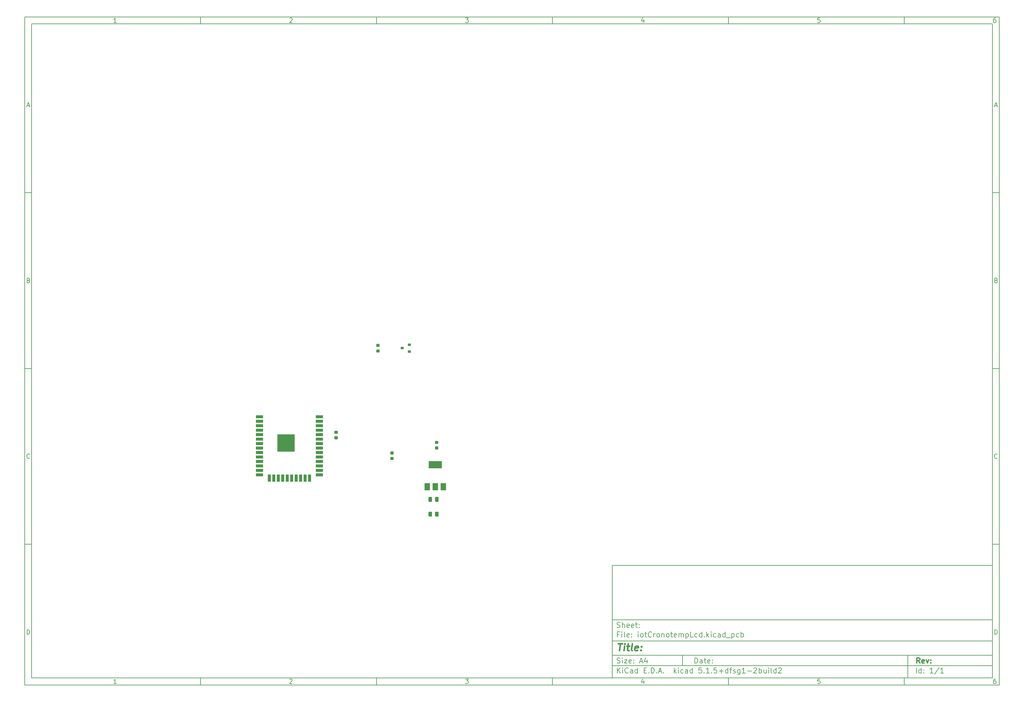
<source format=gbr>
%TF.GenerationSoftware,KiCad,Pcbnew,5.1.5+dfsg1-2build2*%
%TF.CreationDate,2021-01-19T23:04:30+01:00*%
%TF.ProjectId,iotCronotempLcd,696f7443-726f-46e6-9f74-656d704c6364,rev?*%
%TF.SameCoordinates,Original*%
%TF.FileFunction,Paste,Top*%
%TF.FilePolarity,Positive*%
%FSLAX46Y46*%
G04 Gerber Fmt 4.6, Leading zero omitted, Abs format (unit mm)*
G04 Created by KiCad (PCBNEW 5.1.5+dfsg1-2build2) date 2021-01-19 23:04:30*
%MOMM*%
%LPD*%
G04 APERTURE LIST*
%ADD10C,0.100000*%
%ADD11C,0.150000*%
%ADD12C,0.300000*%
%ADD13C,0.400000*%
%ADD14R,1.500000X2.000000*%
%ADD15R,3.800000X2.000000*%
%ADD16R,0.900000X0.800000*%
%ADD17R,2.000000X0.900000*%
%ADD18R,0.900000X2.000000*%
%ADD19R,5.000000X5.000000*%
G04 APERTURE END LIST*
D10*
D11*
X177002200Y-166007200D02*
X177002200Y-198007200D01*
X285002200Y-198007200D01*
X285002200Y-166007200D01*
X177002200Y-166007200D01*
D10*
D11*
X10000000Y-10000000D02*
X10000000Y-200007200D01*
X287002200Y-200007200D01*
X287002200Y-10000000D01*
X10000000Y-10000000D01*
D10*
D11*
X12000000Y-12000000D02*
X12000000Y-198007200D01*
X285002200Y-198007200D01*
X285002200Y-12000000D01*
X12000000Y-12000000D01*
D10*
D11*
X60000000Y-12000000D02*
X60000000Y-10000000D01*
D10*
D11*
X110000000Y-12000000D02*
X110000000Y-10000000D01*
D10*
D11*
X160000000Y-12000000D02*
X160000000Y-10000000D01*
D10*
D11*
X210000000Y-12000000D02*
X210000000Y-10000000D01*
D10*
D11*
X260000000Y-12000000D02*
X260000000Y-10000000D01*
D10*
D11*
X36065476Y-11588095D02*
X35322619Y-11588095D01*
X35694047Y-11588095D02*
X35694047Y-10288095D01*
X35570238Y-10473809D01*
X35446428Y-10597619D01*
X35322619Y-10659523D01*
D10*
D11*
X85322619Y-10411904D02*
X85384523Y-10350000D01*
X85508333Y-10288095D01*
X85817857Y-10288095D01*
X85941666Y-10350000D01*
X86003571Y-10411904D01*
X86065476Y-10535714D01*
X86065476Y-10659523D01*
X86003571Y-10845238D01*
X85260714Y-11588095D01*
X86065476Y-11588095D01*
D10*
D11*
X135260714Y-10288095D02*
X136065476Y-10288095D01*
X135632142Y-10783333D01*
X135817857Y-10783333D01*
X135941666Y-10845238D01*
X136003571Y-10907142D01*
X136065476Y-11030952D01*
X136065476Y-11340476D01*
X136003571Y-11464285D01*
X135941666Y-11526190D01*
X135817857Y-11588095D01*
X135446428Y-11588095D01*
X135322619Y-11526190D01*
X135260714Y-11464285D01*
D10*
D11*
X185941666Y-10721428D02*
X185941666Y-11588095D01*
X185632142Y-10226190D02*
X185322619Y-11154761D01*
X186127380Y-11154761D01*
D10*
D11*
X236003571Y-10288095D02*
X235384523Y-10288095D01*
X235322619Y-10907142D01*
X235384523Y-10845238D01*
X235508333Y-10783333D01*
X235817857Y-10783333D01*
X235941666Y-10845238D01*
X236003571Y-10907142D01*
X236065476Y-11030952D01*
X236065476Y-11340476D01*
X236003571Y-11464285D01*
X235941666Y-11526190D01*
X235817857Y-11588095D01*
X235508333Y-11588095D01*
X235384523Y-11526190D01*
X235322619Y-11464285D01*
D10*
D11*
X285941666Y-10288095D02*
X285694047Y-10288095D01*
X285570238Y-10350000D01*
X285508333Y-10411904D01*
X285384523Y-10597619D01*
X285322619Y-10845238D01*
X285322619Y-11340476D01*
X285384523Y-11464285D01*
X285446428Y-11526190D01*
X285570238Y-11588095D01*
X285817857Y-11588095D01*
X285941666Y-11526190D01*
X286003571Y-11464285D01*
X286065476Y-11340476D01*
X286065476Y-11030952D01*
X286003571Y-10907142D01*
X285941666Y-10845238D01*
X285817857Y-10783333D01*
X285570238Y-10783333D01*
X285446428Y-10845238D01*
X285384523Y-10907142D01*
X285322619Y-11030952D01*
D10*
D11*
X60000000Y-198007200D02*
X60000000Y-200007200D01*
D10*
D11*
X110000000Y-198007200D02*
X110000000Y-200007200D01*
D10*
D11*
X160000000Y-198007200D02*
X160000000Y-200007200D01*
D10*
D11*
X210000000Y-198007200D02*
X210000000Y-200007200D01*
D10*
D11*
X260000000Y-198007200D02*
X260000000Y-200007200D01*
D10*
D11*
X36065476Y-199595295D02*
X35322619Y-199595295D01*
X35694047Y-199595295D02*
X35694047Y-198295295D01*
X35570238Y-198481009D01*
X35446428Y-198604819D01*
X35322619Y-198666723D01*
D10*
D11*
X85322619Y-198419104D02*
X85384523Y-198357200D01*
X85508333Y-198295295D01*
X85817857Y-198295295D01*
X85941666Y-198357200D01*
X86003571Y-198419104D01*
X86065476Y-198542914D01*
X86065476Y-198666723D01*
X86003571Y-198852438D01*
X85260714Y-199595295D01*
X86065476Y-199595295D01*
D10*
D11*
X135260714Y-198295295D02*
X136065476Y-198295295D01*
X135632142Y-198790533D01*
X135817857Y-198790533D01*
X135941666Y-198852438D01*
X136003571Y-198914342D01*
X136065476Y-199038152D01*
X136065476Y-199347676D01*
X136003571Y-199471485D01*
X135941666Y-199533390D01*
X135817857Y-199595295D01*
X135446428Y-199595295D01*
X135322619Y-199533390D01*
X135260714Y-199471485D01*
D10*
D11*
X185941666Y-198728628D02*
X185941666Y-199595295D01*
X185632142Y-198233390D02*
X185322619Y-199161961D01*
X186127380Y-199161961D01*
D10*
D11*
X236003571Y-198295295D02*
X235384523Y-198295295D01*
X235322619Y-198914342D01*
X235384523Y-198852438D01*
X235508333Y-198790533D01*
X235817857Y-198790533D01*
X235941666Y-198852438D01*
X236003571Y-198914342D01*
X236065476Y-199038152D01*
X236065476Y-199347676D01*
X236003571Y-199471485D01*
X235941666Y-199533390D01*
X235817857Y-199595295D01*
X235508333Y-199595295D01*
X235384523Y-199533390D01*
X235322619Y-199471485D01*
D10*
D11*
X285941666Y-198295295D02*
X285694047Y-198295295D01*
X285570238Y-198357200D01*
X285508333Y-198419104D01*
X285384523Y-198604819D01*
X285322619Y-198852438D01*
X285322619Y-199347676D01*
X285384523Y-199471485D01*
X285446428Y-199533390D01*
X285570238Y-199595295D01*
X285817857Y-199595295D01*
X285941666Y-199533390D01*
X286003571Y-199471485D01*
X286065476Y-199347676D01*
X286065476Y-199038152D01*
X286003571Y-198914342D01*
X285941666Y-198852438D01*
X285817857Y-198790533D01*
X285570238Y-198790533D01*
X285446428Y-198852438D01*
X285384523Y-198914342D01*
X285322619Y-199038152D01*
D10*
D11*
X10000000Y-60000000D02*
X12000000Y-60000000D01*
D10*
D11*
X10000000Y-110000000D02*
X12000000Y-110000000D01*
D10*
D11*
X10000000Y-160000000D02*
X12000000Y-160000000D01*
D10*
D11*
X10690476Y-35216666D02*
X11309523Y-35216666D01*
X10566666Y-35588095D02*
X11000000Y-34288095D01*
X11433333Y-35588095D01*
D10*
D11*
X11092857Y-84907142D02*
X11278571Y-84969047D01*
X11340476Y-85030952D01*
X11402380Y-85154761D01*
X11402380Y-85340476D01*
X11340476Y-85464285D01*
X11278571Y-85526190D01*
X11154761Y-85588095D01*
X10659523Y-85588095D01*
X10659523Y-84288095D01*
X11092857Y-84288095D01*
X11216666Y-84350000D01*
X11278571Y-84411904D01*
X11340476Y-84535714D01*
X11340476Y-84659523D01*
X11278571Y-84783333D01*
X11216666Y-84845238D01*
X11092857Y-84907142D01*
X10659523Y-84907142D01*
D10*
D11*
X11402380Y-135464285D02*
X11340476Y-135526190D01*
X11154761Y-135588095D01*
X11030952Y-135588095D01*
X10845238Y-135526190D01*
X10721428Y-135402380D01*
X10659523Y-135278571D01*
X10597619Y-135030952D01*
X10597619Y-134845238D01*
X10659523Y-134597619D01*
X10721428Y-134473809D01*
X10845238Y-134350000D01*
X11030952Y-134288095D01*
X11154761Y-134288095D01*
X11340476Y-134350000D01*
X11402380Y-134411904D01*
D10*
D11*
X10659523Y-185588095D02*
X10659523Y-184288095D01*
X10969047Y-184288095D01*
X11154761Y-184350000D01*
X11278571Y-184473809D01*
X11340476Y-184597619D01*
X11402380Y-184845238D01*
X11402380Y-185030952D01*
X11340476Y-185278571D01*
X11278571Y-185402380D01*
X11154761Y-185526190D01*
X10969047Y-185588095D01*
X10659523Y-185588095D01*
D10*
D11*
X287002200Y-60000000D02*
X285002200Y-60000000D01*
D10*
D11*
X287002200Y-110000000D02*
X285002200Y-110000000D01*
D10*
D11*
X287002200Y-160000000D02*
X285002200Y-160000000D01*
D10*
D11*
X285692676Y-35216666D02*
X286311723Y-35216666D01*
X285568866Y-35588095D02*
X286002200Y-34288095D01*
X286435533Y-35588095D01*
D10*
D11*
X286095057Y-84907142D02*
X286280771Y-84969047D01*
X286342676Y-85030952D01*
X286404580Y-85154761D01*
X286404580Y-85340476D01*
X286342676Y-85464285D01*
X286280771Y-85526190D01*
X286156961Y-85588095D01*
X285661723Y-85588095D01*
X285661723Y-84288095D01*
X286095057Y-84288095D01*
X286218866Y-84350000D01*
X286280771Y-84411904D01*
X286342676Y-84535714D01*
X286342676Y-84659523D01*
X286280771Y-84783333D01*
X286218866Y-84845238D01*
X286095057Y-84907142D01*
X285661723Y-84907142D01*
D10*
D11*
X286404580Y-135464285D02*
X286342676Y-135526190D01*
X286156961Y-135588095D01*
X286033152Y-135588095D01*
X285847438Y-135526190D01*
X285723628Y-135402380D01*
X285661723Y-135278571D01*
X285599819Y-135030952D01*
X285599819Y-134845238D01*
X285661723Y-134597619D01*
X285723628Y-134473809D01*
X285847438Y-134350000D01*
X286033152Y-134288095D01*
X286156961Y-134288095D01*
X286342676Y-134350000D01*
X286404580Y-134411904D01*
D10*
D11*
X285661723Y-185588095D02*
X285661723Y-184288095D01*
X285971247Y-184288095D01*
X286156961Y-184350000D01*
X286280771Y-184473809D01*
X286342676Y-184597619D01*
X286404580Y-184845238D01*
X286404580Y-185030952D01*
X286342676Y-185278571D01*
X286280771Y-185402380D01*
X286156961Y-185526190D01*
X285971247Y-185588095D01*
X285661723Y-185588095D01*
D10*
D11*
X200434342Y-193785771D02*
X200434342Y-192285771D01*
X200791485Y-192285771D01*
X201005771Y-192357200D01*
X201148628Y-192500057D01*
X201220057Y-192642914D01*
X201291485Y-192928628D01*
X201291485Y-193142914D01*
X201220057Y-193428628D01*
X201148628Y-193571485D01*
X201005771Y-193714342D01*
X200791485Y-193785771D01*
X200434342Y-193785771D01*
X202577200Y-193785771D02*
X202577200Y-193000057D01*
X202505771Y-192857200D01*
X202362914Y-192785771D01*
X202077200Y-192785771D01*
X201934342Y-192857200D01*
X202577200Y-193714342D02*
X202434342Y-193785771D01*
X202077200Y-193785771D01*
X201934342Y-193714342D01*
X201862914Y-193571485D01*
X201862914Y-193428628D01*
X201934342Y-193285771D01*
X202077200Y-193214342D01*
X202434342Y-193214342D01*
X202577200Y-193142914D01*
X203077200Y-192785771D02*
X203648628Y-192785771D01*
X203291485Y-192285771D02*
X203291485Y-193571485D01*
X203362914Y-193714342D01*
X203505771Y-193785771D01*
X203648628Y-193785771D01*
X204720057Y-193714342D02*
X204577200Y-193785771D01*
X204291485Y-193785771D01*
X204148628Y-193714342D01*
X204077200Y-193571485D01*
X204077200Y-193000057D01*
X204148628Y-192857200D01*
X204291485Y-192785771D01*
X204577200Y-192785771D01*
X204720057Y-192857200D01*
X204791485Y-193000057D01*
X204791485Y-193142914D01*
X204077200Y-193285771D01*
X205434342Y-193642914D02*
X205505771Y-193714342D01*
X205434342Y-193785771D01*
X205362914Y-193714342D01*
X205434342Y-193642914D01*
X205434342Y-193785771D01*
X205434342Y-192857200D02*
X205505771Y-192928628D01*
X205434342Y-193000057D01*
X205362914Y-192928628D01*
X205434342Y-192857200D01*
X205434342Y-193000057D01*
D10*
D11*
X177002200Y-194507200D02*
X285002200Y-194507200D01*
D10*
D11*
X178434342Y-196585771D02*
X178434342Y-195085771D01*
X179291485Y-196585771D02*
X178648628Y-195728628D01*
X179291485Y-195085771D02*
X178434342Y-195942914D01*
X179934342Y-196585771D02*
X179934342Y-195585771D01*
X179934342Y-195085771D02*
X179862914Y-195157200D01*
X179934342Y-195228628D01*
X180005771Y-195157200D01*
X179934342Y-195085771D01*
X179934342Y-195228628D01*
X181505771Y-196442914D02*
X181434342Y-196514342D01*
X181220057Y-196585771D01*
X181077200Y-196585771D01*
X180862914Y-196514342D01*
X180720057Y-196371485D01*
X180648628Y-196228628D01*
X180577200Y-195942914D01*
X180577200Y-195728628D01*
X180648628Y-195442914D01*
X180720057Y-195300057D01*
X180862914Y-195157200D01*
X181077200Y-195085771D01*
X181220057Y-195085771D01*
X181434342Y-195157200D01*
X181505771Y-195228628D01*
X182791485Y-196585771D02*
X182791485Y-195800057D01*
X182720057Y-195657200D01*
X182577200Y-195585771D01*
X182291485Y-195585771D01*
X182148628Y-195657200D01*
X182791485Y-196514342D02*
X182648628Y-196585771D01*
X182291485Y-196585771D01*
X182148628Y-196514342D01*
X182077200Y-196371485D01*
X182077200Y-196228628D01*
X182148628Y-196085771D01*
X182291485Y-196014342D01*
X182648628Y-196014342D01*
X182791485Y-195942914D01*
X184148628Y-196585771D02*
X184148628Y-195085771D01*
X184148628Y-196514342D02*
X184005771Y-196585771D01*
X183720057Y-196585771D01*
X183577200Y-196514342D01*
X183505771Y-196442914D01*
X183434342Y-196300057D01*
X183434342Y-195871485D01*
X183505771Y-195728628D01*
X183577200Y-195657200D01*
X183720057Y-195585771D01*
X184005771Y-195585771D01*
X184148628Y-195657200D01*
X186005771Y-195800057D02*
X186505771Y-195800057D01*
X186720057Y-196585771D02*
X186005771Y-196585771D01*
X186005771Y-195085771D01*
X186720057Y-195085771D01*
X187362914Y-196442914D02*
X187434342Y-196514342D01*
X187362914Y-196585771D01*
X187291485Y-196514342D01*
X187362914Y-196442914D01*
X187362914Y-196585771D01*
X188077200Y-196585771D02*
X188077200Y-195085771D01*
X188434342Y-195085771D01*
X188648628Y-195157200D01*
X188791485Y-195300057D01*
X188862914Y-195442914D01*
X188934342Y-195728628D01*
X188934342Y-195942914D01*
X188862914Y-196228628D01*
X188791485Y-196371485D01*
X188648628Y-196514342D01*
X188434342Y-196585771D01*
X188077200Y-196585771D01*
X189577200Y-196442914D02*
X189648628Y-196514342D01*
X189577200Y-196585771D01*
X189505771Y-196514342D01*
X189577200Y-196442914D01*
X189577200Y-196585771D01*
X190220057Y-196157200D02*
X190934342Y-196157200D01*
X190077200Y-196585771D02*
X190577200Y-195085771D01*
X191077200Y-196585771D01*
X191577200Y-196442914D02*
X191648628Y-196514342D01*
X191577200Y-196585771D01*
X191505771Y-196514342D01*
X191577200Y-196442914D01*
X191577200Y-196585771D01*
X194577200Y-196585771D02*
X194577200Y-195085771D01*
X194720057Y-196014342D02*
X195148628Y-196585771D01*
X195148628Y-195585771D02*
X194577200Y-196157200D01*
X195791485Y-196585771D02*
X195791485Y-195585771D01*
X195791485Y-195085771D02*
X195720057Y-195157200D01*
X195791485Y-195228628D01*
X195862914Y-195157200D01*
X195791485Y-195085771D01*
X195791485Y-195228628D01*
X197148628Y-196514342D02*
X197005771Y-196585771D01*
X196720057Y-196585771D01*
X196577200Y-196514342D01*
X196505771Y-196442914D01*
X196434342Y-196300057D01*
X196434342Y-195871485D01*
X196505771Y-195728628D01*
X196577200Y-195657200D01*
X196720057Y-195585771D01*
X197005771Y-195585771D01*
X197148628Y-195657200D01*
X198434342Y-196585771D02*
X198434342Y-195800057D01*
X198362914Y-195657200D01*
X198220057Y-195585771D01*
X197934342Y-195585771D01*
X197791485Y-195657200D01*
X198434342Y-196514342D02*
X198291485Y-196585771D01*
X197934342Y-196585771D01*
X197791485Y-196514342D01*
X197720057Y-196371485D01*
X197720057Y-196228628D01*
X197791485Y-196085771D01*
X197934342Y-196014342D01*
X198291485Y-196014342D01*
X198434342Y-195942914D01*
X199791485Y-196585771D02*
X199791485Y-195085771D01*
X199791485Y-196514342D02*
X199648628Y-196585771D01*
X199362914Y-196585771D01*
X199220057Y-196514342D01*
X199148628Y-196442914D01*
X199077200Y-196300057D01*
X199077200Y-195871485D01*
X199148628Y-195728628D01*
X199220057Y-195657200D01*
X199362914Y-195585771D01*
X199648628Y-195585771D01*
X199791485Y-195657200D01*
X202362914Y-195085771D02*
X201648628Y-195085771D01*
X201577200Y-195800057D01*
X201648628Y-195728628D01*
X201791485Y-195657200D01*
X202148628Y-195657200D01*
X202291485Y-195728628D01*
X202362914Y-195800057D01*
X202434342Y-195942914D01*
X202434342Y-196300057D01*
X202362914Y-196442914D01*
X202291485Y-196514342D01*
X202148628Y-196585771D01*
X201791485Y-196585771D01*
X201648628Y-196514342D01*
X201577200Y-196442914D01*
X203077200Y-196442914D02*
X203148628Y-196514342D01*
X203077200Y-196585771D01*
X203005771Y-196514342D01*
X203077200Y-196442914D01*
X203077200Y-196585771D01*
X204577200Y-196585771D02*
X203720057Y-196585771D01*
X204148628Y-196585771D02*
X204148628Y-195085771D01*
X204005771Y-195300057D01*
X203862914Y-195442914D01*
X203720057Y-195514342D01*
X205220057Y-196442914D02*
X205291485Y-196514342D01*
X205220057Y-196585771D01*
X205148628Y-196514342D01*
X205220057Y-196442914D01*
X205220057Y-196585771D01*
X206648628Y-195085771D02*
X205934342Y-195085771D01*
X205862914Y-195800057D01*
X205934342Y-195728628D01*
X206077200Y-195657200D01*
X206434342Y-195657200D01*
X206577200Y-195728628D01*
X206648628Y-195800057D01*
X206720057Y-195942914D01*
X206720057Y-196300057D01*
X206648628Y-196442914D01*
X206577200Y-196514342D01*
X206434342Y-196585771D01*
X206077200Y-196585771D01*
X205934342Y-196514342D01*
X205862914Y-196442914D01*
X207362914Y-196014342D02*
X208505771Y-196014342D01*
X207934342Y-196585771D02*
X207934342Y-195442914D01*
X209862914Y-196585771D02*
X209862914Y-195085771D01*
X209862914Y-196514342D02*
X209720057Y-196585771D01*
X209434342Y-196585771D01*
X209291485Y-196514342D01*
X209220057Y-196442914D01*
X209148628Y-196300057D01*
X209148628Y-195871485D01*
X209220057Y-195728628D01*
X209291485Y-195657200D01*
X209434342Y-195585771D01*
X209720057Y-195585771D01*
X209862914Y-195657200D01*
X210362914Y-195585771D02*
X210934342Y-195585771D01*
X210577200Y-196585771D02*
X210577200Y-195300057D01*
X210648628Y-195157200D01*
X210791485Y-195085771D01*
X210934342Y-195085771D01*
X211362914Y-196514342D02*
X211505771Y-196585771D01*
X211791485Y-196585771D01*
X211934342Y-196514342D01*
X212005771Y-196371485D01*
X212005771Y-196300057D01*
X211934342Y-196157200D01*
X211791485Y-196085771D01*
X211577200Y-196085771D01*
X211434342Y-196014342D01*
X211362914Y-195871485D01*
X211362914Y-195800057D01*
X211434342Y-195657200D01*
X211577200Y-195585771D01*
X211791485Y-195585771D01*
X211934342Y-195657200D01*
X213291485Y-195585771D02*
X213291485Y-196800057D01*
X213220057Y-196942914D01*
X213148628Y-197014342D01*
X213005771Y-197085771D01*
X212791485Y-197085771D01*
X212648628Y-197014342D01*
X213291485Y-196514342D02*
X213148628Y-196585771D01*
X212862914Y-196585771D01*
X212720057Y-196514342D01*
X212648628Y-196442914D01*
X212577200Y-196300057D01*
X212577200Y-195871485D01*
X212648628Y-195728628D01*
X212720057Y-195657200D01*
X212862914Y-195585771D01*
X213148628Y-195585771D01*
X213291485Y-195657200D01*
X214791485Y-196585771D02*
X213934342Y-196585771D01*
X214362914Y-196585771D02*
X214362914Y-195085771D01*
X214220057Y-195300057D01*
X214077200Y-195442914D01*
X213934342Y-195514342D01*
X215434342Y-196014342D02*
X216577200Y-196014342D01*
X217220057Y-195228628D02*
X217291485Y-195157200D01*
X217434342Y-195085771D01*
X217791485Y-195085771D01*
X217934342Y-195157200D01*
X218005771Y-195228628D01*
X218077200Y-195371485D01*
X218077200Y-195514342D01*
X218005771Y-195728628D01*
X217148628Y-196585771D01*
X218077200Y-196585771D01*
X218720057Y-196585771D02*
X218720057Y-195085771D01*
X218720057Y-195657200D02*
X218862914Y-195585771D01*
X219148628Y-195585771D01*
X219291485Y-195657200D01*
X219362914Y-195728628D01*
X219434342Y-195871485D01*
X219434342Y-196300057D01*
X219362914Y-196442914D01*
X219291485Y-196514342D01*
X219148628Y-196585771D01*
X218862914Y-196585771D01*
X218720057Y-196514342D01*
X220720057Y-195585771D02*
X220720057Y-196585771D01*
X220077200Y-195585771D02*
X220077200Y-196371485D01*
X220148628Y-196514342D01*
X220291485Y-196585771D01*
X220505771Y-196585771D01*
X220648628Y-196514342D01*
X220720057Y-196442914D01*
X221434342Y-196585771D02*
X221434342Y-195585771D01*
X221434342Y-195085771D02*
X221362914Y-195157200D01*
X221434342Y-195228628D01*
X221505771Y-195157200D01*
X221434342Y-195085771D01*
X221434342Y-195228628D01*
X222362914Y-196585771D02*
X222220057Y-196514342D01*
X222148628Y-196371485D01*
X222148628Y-195085771D01*
X223577200Y-196585771D02*
X223577200Y-195085771D01*
X223577200Y-196514342D02*
X223434342Y-196585771D01*
X223148628Y-196585771D01*
X223005771Y-196514342D01*
X222934342Y-196442914D01*
X222862914Y-196300057D01*
X222862914Y-195871485D01*
X222934342Y-195728628D01*
X223005771Y-195657200D01*
X223148628Y-195585771D01*
X223434342Y-195585771D01*
X223577200Y-195657200D01*
X224220057Y-195228628D02*
X224291485Y-195157200D01*
X224434342Y-195085771D01*
X224791485Y-195085771D01*
X224934342Y-195157200D01*
X225005771Y-195228628D01*
X225077200Y-195371485D01*
X225077200Y-195514342D01*
X225005771Y-195728628D01*
X224148628Y-196585771D01*
X225077200Y-196585771D01*
D10*
D11*
X177002200Y-191507200D02*
X285002200Y-191507200D01*
D10*
D12*
X264411485Y-193785771D02*
X263911485Y-193071485D01*
X263554342Y-193785771D02*
X263554342Y-192285771D01*
X264125771Y-192285771D01*
X264268628Y-192357200D01*
X264340057Y-192428628D01*
X264411485Y-192571485D01*
X264411485Y-192785771D01*
X264340057Y-192928628D01*
X264268628Y-193000057D01*
X264125771Y-193071485D01*
X263554342Y-193071485D01*
X265625771Y-193714342D02*
X265482914Y-193785771D01*
X265197200Y-193785771D01*
X265054342Y-193714342D01*
X264982914Y-193571485D01*
X264982914Y-193000057D01*
X265054342Y-192857200D01*
X265197200Y-192785771D01*
X265482914Y-192785771D01*
X265625771Y-192857200D01*
X265697200Y-193000057D01*
X265697200Y-193142914D01*
X264982914Y-193285771D01*
X266197200Y-192785771D02*
X266554342Y-193785771D01*
X266911485Y-192785771D01*
X267482914Y-193642914D02*
X267554342Y-193714342D01*
X267482914Y-193785771D01*
X267411485Y-193714342D01*
X267482914Y-193642914D01*
X267482914Y-193785771D01*
X267482914Y-192857200D02*
X267554342Y-192928628D01*
X267482914Y-193000057D01*
X267411485Y-192928628D01*
X267482914Y-192857200D01*
X267482914Y-193000057D01*
D10*
D11*
X178362914Y-193714342D02*
X178577200Y-193785771D01*
X178934342Y-193785771D01*
X179077200Y-193714342D01*
X179148628Y-193642914D01*
X179220057Y-193500057D01*
X179220057Y-193357200D01*
X179148628Y-193214342D01*
X179077200Y-193142914D01*
X178934342Y-193071485D01*
X178648628Y-193000057D01*
X178505771Y-192928628D01*
X178434342Y-192857200D01*
X178362914Y-192714342D01*
X178362914Y-192571485D01*
X178434342Y-192428628D01*
X178505771Y-192357200D01*
X178648628Y-192285771D01*
X179005771Y-192285771D01*
X179220057Y-192357200D01*
X179862914Y-193785771D02*
X179862914Y-192785771D01*
X179862914Y-192285771D02*
X179791485Y-192357200D01*
X179862914Y-192428628D01*
X179934342Y-192357200D01*
X179862914Y-192285771D01*
X179862914Y-192428628D01*
X180434342Y-192785771D02*
X181220057Y-192785771D01*
X180434342Y-193785771D01*
X181220057Y-193785771D01*
X182362914Y-193714342D02*
X182220057Y-193785771D01*
X181934342Y-193785771D01*
X181791485Y-193714342D01*
X181720057Y-193571485D01*
X181720057Y-193000057D01*
X181791485Y-192857200D01*
X181934342Y-192785771D01*
X182220057Y-192785771D01*
X182362914Y-192857200D01*
X182434342Y-193000057D01*
X182434342Y-193142914D01*
X181720057Y-193285771D01*
X183077200Y-193642914D02*
X183148628Y-193714342D01*
X183077200Y-193785771D01*
X183005771Y-193714342D01*
X183077200Y-193642914D01*
X183077200Y-193785771D01*
X183077200Y-192857200D02*
X183148628Y-192928628D01*
X183077200Y-193000057D01*
X183005771Y-192928628D01*
X183077200Y-192857200D01*
X183077200Y-193000057D01*
X184862914Y-193357200D02*
X185577200Y-193357200D01*
X184720057Y-193785771D02*
X185220057Y-192285771D01*
X185720057Y-193785771D01*
X186862914Y-192785771D02*
X186862914Y-193785771D01*
X186505771Y-192214342D02*
X186148628Y-193285771D01*
X187077200Y-193285771D01*
D10*
D11*
X263434342Y-196585771D02*
X263434342Y-195085771D01*
X264791485Y-196585771D02*
X264791485Y-195085771D01*
X264791485Y-196514342D02*
X264648628Y-196585771D01*
X264362914Y-196585771D01*
X264220057Y-196514342D01*
X264148628Y-196442914D01*
X264077200Y-196300057D01*
X264077200Y-195871485D01*
X264148628Y-195728628D01*
X264220057Y-195657200D01*
X264362914Y-195585771D01*
X264648628Y-195585771D01*
X264791485Y-195657200D01*
X265505771Y-196442914D02*
X265577200Y-196514342D01*
X265505771Y-196585771D01*
X265434342Y-196514342D01*
X265505771Y-196442914D01*
X265505771Y-196585771D01*
X265505771Y-195657200D02*
X265577200Y-195728628D01*
X265505771Y-195800057D01*
X265434342Y-195728628D01*
X265505771Y-195657200D01*
X265505771Y-195800057D01*
X268148628Y-196585771D02*
X267291485Y-196585771D01*
X267720057Y-196585771D02*
X267720057Y-195085771D01*
X267577200Y-195300057D01*
X267434342Y-195442914D01*
X267291485Y-195514342D01*
X269862914Y-195014342D02*
X268577200Y-196942914D01*
X271148628Y-196585771D02*
X270291485Y-196585771D01*
X270720057Y-196585771D02*
X270720057Y-195085771D01*
X270577200Y-195300057D01*
X270434342Y-195442914D01*
X270291485Y-195514342D01*
D10*
D11*
X177002200Y-187507200D02*
X285002200Y-187507200D01*
D10*
D13*
X178714580Y-188211961D02*
X179857438Y-188211961D01*
X179036009Y-190211961D02*
X179286009Y-188211961D01*
X180274104Y-190211961D02*
X180440771Y-188878628D01*
X180524104Y-188211961D02*
X180416961Y-188307200D01*
X180500295Y-188402438D01*
X180607438Y-188307200D01*
X180524104Y-188211961D01*
X180500295Y-188402438D01*
X181107438Y-188878628D02*
X181869342Y-188878628D01*
X181476485Y-188211961D02*
X181262200Y-189926247D01*
X181333628Y-190116723D01*
X181512200Y-190211961D01*
X181702676Y-190211961D01*
X182655057Y-190211961D02*
X182476485Y-190116723D01*
X182405057Y-189926247D01*
X182619342Y-188211961D01*
X184190771Y-190116723D02*
X183988390Y-190211961D01*
X183607438Y-190211961D01*
X183428866Y-190116723D01*
X183357438Y-189926247D01*
X183452676Y-189164342D01*
X183571723Y-188973866D01*
X183774104Y-188878628D01*
X184155057Y-188878628D01*
X184333628Y-188973866D01*
X184405057Y-189164342D01*
X184381247Y-189354819D01*
X183405057Y-189545295D01*
X185155057Y-190021485D02*
X185238390Y-190116723D01*
X185131247Y-190211961D01*
X185047914Y-190116723D01*
X185155057Y-190021485D01*
X185131247Y-190211961D01*
X185286009Y-188973866D02*
X185369342Y-189069104D01*
X185262200Y-189164342D01*
X185178866Y-189069104D01*
X185286009Y-188973866D01*
X185262200Y-189164342D01*
D10*
D11*
X178934342Y-185600057D02*
X178434342Y-185600057D01*
X178434342Y-186385771D02*
X178434342Y-184885771D01*
X179148628Y-184885771D01*
X179720057Y-186385771D02*
X179720057Y-185385771D01*
X179720057Y-184885771D02*
X179648628Y-184957200D01*
X179720057Y-185028628D01*
X179791485Y-184957200D01*
X179720057Y-184885771D01*
X179720057Y-185028628D01*
X180648628Y-186385771D02*
X180505771Y-186314342D01*
X180434342Y-186171485D01*
X180434342Y-184885771D01*
X181791485Y-186314342D02*
X181648628Y-186385771D01*
X181362914Y-186385771D01*
X181220057Y-186314342D01*
X181148628Y-186171485D01*
X181148628Y-185600057D01*
X181220057Y-185457200D01*
X181362914Y-185385771D01*
X181648628Y-185385771D01*
X181791485Y-185457200D01*
X181862914Y-185600057D01*
X181862914Y-185742914D01*
X181148628Y-185885771D01*
X182505771Y-186242914D02*
X182577200Y-186314342D01*
X182505771Y-186385771D01*
X182434342Y-186314342D01*
X182505771Y-186242914D01*
X182505771Y-186385771D01*
X182505771Y-185457200D02*
X182577200Y-185528628D01*
X182505771Y-185600057D01*
X182434342Y-185528628D01*
X182505771Y-185457200D01*
X182505771Y-185600057D01*
X184362914Y-186385771D02*
X184362914Y-185385771D01*
X184362914Y-184885771D02*
X184291485Y-184957200D01*
X184362914Y-185028628D01*
X184434342Y-184957200D01*
X184362914Y-184885771D01*
X184362914Y-185028628D01*
X185291485Y-186385771D02*
X185148628Y-186314342D01*
X185077200Y-186242914D01*
X185005771Y-186100057D01*
X185005771Y-185671485D01*
X185077200Y-185528628D01*
X185148628Y-185457200D01*
X185291485Y-185385771D01*
X185505771Y-185385771D01*
X185648628Y-185457200D01*
X185720057Y-185528628D01*
X185791485Y-185671485D01*
X185791485Y-186100057D01*
X185720057Y-186242914D01*
X185648628Y-186314342D01*
X185505771Y-186385771D01*
X185291485Y-186385771D01*
X186220057Y-185385771D02*
X186791485Y-185385771D01*
X186434342Y-184885771D02*
X186434342Y-186171485D01*
X186505771Y-186314342D01*
X186648628Y-186385771D01*
X186791485Y-186385771D01*
X188148628Y-186242914D02*
X188077200Y-186314342D01*
X187862914Y-186385771D01*
X187720057Y-186385771D01*
X187505771Y-186314342D01*
X187362914Y-186171485D01*
X187291485Y-186028628D01*
X187220057Y-185742914D01*
X187220057Y-185528628D01*
X187291485Y-185242914D01*
X187362914Y-185100057D01*
X187505771Y-184957200D01*
X187720057Y-184885771D01*
X187862914Y-184885771D01*
X188077200Y-184957200D01*
X188148628Y-185028628D01*
X188791485Y-186385771D02*
X188791485Y-185385771D01*
X188791485Y-185671485D02*
X188862914Y-185528628D01*
X188934342Y-185457200D01*
X189077200Y-185385771D01*
X189220057Y-185385771D01*
X189934342Y-186385771D02*
X189791485Y-186314342D01*
X189720057Y-186242914D01*
X189648628Y-186100057D01*
X189648628Y-185671485D01*
X189720057Y-185528628D01*
X189791485Y-185457200D01*
X189934342Y-185385771D01*
X190148628Y-185385771D01*
X190291485Y-185457200D01*
X190362914Y-185528628D01*
X190434342Y-185671485D01*
X190434342Y-186100057D01*
X190362914Y-186242914D01*
X190291485Y-186314342D01*
X190148628Y-186385771D01*
X189934342Y-186385771D01*
X191077200Y-185385771D02*
X191077200Y-186385771D01*
X191077200Y-185528628D02*
X191148628Y-185457200D01*
X191291485Y-185385771D01*
X191505771Y-185385771D01*
X191648628Y-185457200D01*
X191720057Y-185600057D01*
X191720057Y-186385771D01*
X192648628Y-186385771D02*
X192505771Y-186314342D01*
X192434342Y-186242914D01*
X192362914Y-186100057D01*
X192362914Y-185671485D01*
X192434342Y-185528628D01*
X192505771Y-185457200D01*
X192648628Y-185385771D01*
X192862914Y-185385771D01*
X193005771Y-185457200D01*
X193077200Y-185528628D01*
X193148628Y-185671485D01*
X193148628Y-186100057D01*
X193077200Y-186242914D01*
X193005771Y-186314342D01*
X192862914Y-186385771D01*
X192648628Y-186385771D01*
X193577200Y-185385771D02*
X194148628Y-185385771D01*
X193791485Y-184885771D02*
X193791485Y-186171485D01*
X193862914Y-186314342D01*
X194005771Y-186385771D01*
X194148628Y-186385771D01*
X195220057Y-186314342D02*
X195077200Y-186385771D01*
X194791485Y-186385771D01*
X194648628Y-186314342D01*
X194577200Y-186171485D01*
X194577200Y-185600057D01*
X194648628Y-185457200D01*
X194791485Y-185385771D01*
X195077200Y-185385771D01*
X195220057Y-185457200D01*
X195291485Y-185600057D01*
X195291485Y-185742914D01*
X194577200Y-185885771D01*
X195934342Y-186385771D02*
X195934342Y-185385771D01*
X195934342Y-185528628D02*
X196005771Y-185457200D01*
X196148628Y-185385771D01*
X196362914Y-185385771D01*
X196505771Y-185457200D01*
X196577200Y-185600057D01*
X196577200Y-186385771D01*
X196577200Y-185600057D02*
X196648628Y-185457200D01*
X196791485Y-185385771D01*
X197005771Y-185385771D01*
X197148628Y-185457200D01*
X197220057Y-185600057D01*
X197220057Y-186385771D01*
X197934342Y-185385771D02*
X197934342Y-186885771D01*
X197934342Y-185457200D02*
X198077200Y-185385771D01*
X198362914Y-185385771D01*
X198505771Y-185457200D01*
X198577200Y-185528628D01*
X198648628Y-185671485D01*
X198648628Y-186100057D01*
X198577200Y-186242914D01*
X198505771Y-186314342D01*
X198362914Y-186385771D01*
X198077200Y-186385771D01*
X197934342Y-186314342D01*
X200005771Y-186385771D02*
X199291485Y-186385771D01*
X199291485Y-184885771D01*
X201148628Y-186314342D02*
X201005771Y-186385771D01*
X200720057Y-186385771D01*
X200577200Y-186314342D01*
X200505771Y-186242914D01*
X200434342Y-186100057D01*
X200434342Y-185671485D01*
X200505771Y-185528628D01*
X200577200Y-185457200D01*
X200720057Y-185385771D01*
X201005771Y-185385771D01*
X201148628Y-185457200D01*
X202434342Y-186385771D02*
X202434342Y-184885771D01*
X202434342Y-186314342D02*
X202291485Y-186385771D01*
X202005771Y-186385771D01*
X201862914Y-186314342D01*
X201791485Y-186242914D01*
X201720057Y-186100057D01*
X201720057Y-185671485D01*
X201791485Y-185528628D01*
X201862914Y-185457200D01*
X202005771Y-185385771D01*
X202291485Y-185385771D01*
X202434342Y-185457200D01*
X203148628Y-186242914D02*
X203220057Y-186314342D01*
X203148628Y-186385771D01*
X203077200Y-186314342D01*
X203148628Y-186242914D01*
X203148628Y-186385771D01*
X203862914Y-186385771D02*
X203862914Y-184885771D01*
X204005771Y-185814342D02*
X204434342Y-186385771D01*
X204434342Y-185385771D02*
X203862914Y-185957200D01*
X205077200Y-186385771D02*
X205077200Y-185385771D01*
X205077200Y-184885771D02*
X205005771Y-184957200D01*
X205077200Y-185028628D01*
X205148628Y-184957200D01*
X205077200Y-184885771D01*
X205077200Y-185028628D01*
X206434342Y-186314342D02*
X206291485Y-186385771D01*
X206005771Y-186385771D01*
X205862914Y-186314342D01*
X205791485Y-186242914D01*
X205720057Y-186100057D01*
X205720057Y-185671485D01*
X205791485Y-185528628D01*
X205862914Y-185457200D01*
X206005771Y-185385771D01*
X206291485Y-185385771D01*
X206434342Y-185457200D01*
X207720057Y-186385771D02*
X207720057Y-185600057D01*
X207648628Y-185457200D01*
X207505771Y-185385771D01*
X207220057Y-185385771D01*
X207077200Y-185457200D01*
X207720057Y-186314342D02*
X207577200Y-186385771D01*
X207220057Y-186385771D01*
X207077200Y-186314342D01*
X207005771Y-186171485D01*
X207005771Y-186028628D01*
X207077200Y-185885771D01*
X207220057Y-185814342D01*
X207577200Y-185814342D01*
X207720057Y-185742914D01*
X209077200Y-186385771D02*
X209077200Y-184885771D01*
X209077200Y-186314342D02*
X208934342Y-186385771D01*
X208648628Y-186385771D01*
X208505771Y-186314342D01*
X208434342Y-186242914D01*
X208362914Y-186100057D01*
X208362914Y-185671485D01*
X208434342Y-185528628D01*
X208505771Y-185457200D01*
X208648628Y-185385771D01*
X208934342Y-185385771D01*
X209077200Y-185457200D01*
X209434342Y-186528628D02*
X210577200Y-186528628D01*
X210934342Y-185385771D02*
X210934342Y-186885771D01*
X210934342Y-185457200D02*
X211077200Y-185385771D01*
X211362914Y-185385771D01*
X211505771Y-185457200D01*
X211577200Y-185528628D01*
X211648628Y-185671485D01*
X211648628Y-186100057D01*
X211577200Y-186242914D01*
X211505771Y-186314342D01*
X211362914Y-186385771D01*
X211077200Y-186385771D01*
X210934342Y-186314342D01*
X212934342Y-186314342D02*
X212791485Y-186385771D01*
X212505771Y-186385771D01*
X212362914Y-186314342D01*
X212291485Y-186242914D01*
X212220057Y-186100057D01*
X212220057Y-185671485D01*
X212291485Y-185528628D01*
X212362914Y-185457200D01*
X212505771Y-185385771D01*
X212791485Y-185385771D01*
X212934342Y-185457200D01*
X213577200Y-186385771D02*
X213577200Y-184885771D01*
X213577200Y-185457200D02*
X213720057Y-185385771D01*
X214005771Y-185385771D01*
X214148628Y-185457200D01*
X214220057Y-185528628D01*
X214291485Y-185671485D01*
X214291485Y-186100057D01*
X214220057Y-186242914D01*
X214148628Y-186314342D01*
X214005771Y-186385771D01*
X213720057Y-186385771D01*
X213577200Y-186314342D01*
D10*
D11*
X177002200Y-181507200D02*
X285002200Y-181507200D01*
D10*
D11*
X178362914Y-183614342D02*
X178577200Y-183685771D01*
X178934342Y-183685771D01*
X179077200Y-183614342D01*
X179148628Y-183542914D01*
X179220057Y-183400057D01*
X179220057Y-183257200D01*
X179148628Y-183114342D01*
X179077200Y-183042914D01*
X178934342Y-182971485D01*
X178648628Y-182900057D01*
X178505771Y-182828628D01*
X178434342Y-182757200D01*
X178362914Y-182614342D01*
X178362914Y-182471485D01*
X178434342Y-182328628D01*
X178505771Y-182257200D01*
X178648628Y-182185771D01*
X179005771Y-182185771D01*
X179220057Y-182257200D01*
X179862914Y-183685771D02*
X179862914Y-182185771D01*
X180505771Y-183685771D02*
X180505771Y-182900057D01*
X180434342Y-182757200D01*
X180291485Y-182685771D01*
X180077200Y-182685771D01*
X179934342Y-182757200D01*
X179862914Y-182828628D01*
X181791485Y-183614342D02*
X181648628Y-183685771D01*
X181362914Y-183685771D01*
X181220057Y-183614342D01*
X181148628Y-183471485D01*
X181148628Y-182900057D01*
X181220057Y-182757200D01*
X181362914Y-182685771D01*
X181648628Y-182685771D01*
X181791485Y-182757200D01*
X181862914Y-182900057D01*
X181862914Y-183042914D01*
X181148628Y-183185771D01*
X183077200Y-183614342D02*
X182934342Y-183685771D01*
X182648628Y-183685771D01*
X182505771Y-183614342D01*
X182434342Y-183471485D01*
X182434342Y-182900057D01*
X182505771Y-182757200D01*
X182648628Y-182685771D01*
X182934342Y-182685771D01*
X183077200Y-182757200D01*
X183148628Y-182900057D01*
X183148628Y-183042914D01*
X182434342Y-183185771D01*
X183577200Y-182685771D02*
X184148628Y-182685771D01*
X183791485Y-182185771D02*
X183791485Y-183471485D01*
X183862914Y-183614342D01*
X184005771Y-183685771D01*
X184148628Y-183685771D01*
X184648628Y-183542914D02*
X184720057Y-183614342D01*
X184648628Y-183685771D01*
X184577200Y-183614342D01*
X184648628Y-183542914D01*
X184648628Y-183685771D01*
X184648628Y-182757200D02*
X184720057Y-182828628D01*
X184648628Y-182900057D01*
X184577200Y-182828628D01*
X184648628Y-182757200D01*
X184648628Y-182900057D01*
D10*
D11*
X197002200Y-191507200D02*
X197002200Y-194507200D01*
D10*
D11*
X261002200Y-191507200D02*
X261002200Y-198007200D01*
D10*
%TO.C,R3*%
G36*
X127377691Y-130576053D02*
G01*
X127398926Y-130579203D01*
X127419750Y-130584419D01*
X127439962Y-130591651D01*
X127459368Y-130600830D01*
X127477781Y-130611866D01*
X127495024Y-130624654D01*
X127510930Y-130639070D01*
X127525346Y-130654976D01*
X127538134Y-130672219D01*
X127549170Y-130690632D01*
X127558349Y-130710038D01*
X127565581Y-130730250D01*
X127570797Y-130751074D01*
X127573947Y-130772309D01*
X127575000Y-130793750D01*
X127575000Y-131231250D01*
X127573947Y-131252691D01*
X127570797Y-131273926D01*
X127565581Y-131294750D01*
X127558349Y-131314962D01*
X127549170Y-131334368D01*
X127538134Y-131352781D01*
X127525346Y-131370024D01*
X127510930Y-131385930D01*
X127495024Y-131400346D01*
X127477781Y-131413134D01*
X127459368Y-131424170D01*
X127439962Y-131433349D01*
X127419750Y-131440581D01*
X127398926Y-131445797D01*
X127377691Y-131448947D01*
X127356250Y-131450000D01*
X126843750Y-131450000D01*
X126822309Y-131448947D01*
X126801074Y-131445797D01*
X126780250Y-131440581D01*
X126760038Y-131433349D01*
X126740632Y-131424170D01*
X126722219Y-131413134D01*
X126704976Y-131400346D01*
X126689070Y-131385930D01*
X126674654Y-131370024D01*
X126661866Y-131352781D01*
X126650830Y-131334368D01*
X126641651Y-131314962D01*
X126634419Y-131294750D01*
X126629203Y-131273926D01*
X126626053Y-131252691D01*
X126625000Y-131231250D01*
X126625000Y-130793750D01*
X126626053Y-130772309D01*
X126629203Y-130751074D01*
X126634419Y-130730250D01*
X126641651Y-130710038D01*
X126650830Y-130690632D01*
X126661866Y-130672219D01*
X126674654Y-130654976D01*
X126689070Y-130639070D01*
X126704976Y-130624654D01*
X126722219Y-130611866D01*
X126740632Y-130600830D01*
X126760038Y-130591651D01*
X126780250Y-130584419D01*
X126801074Y-130579203D01*
X126822309Y-130576053D01*
X126843750Y-130575000D01*
X127356250Y-130575000D01*
X127377691Y-130576053D01*
G37*
G36*
X127377691Y-132151053D02*
G01*
X127398926Y-132154203D01*
X127419750Y-132159419D01*
X127439962Y-132166651D01*
X127459368Y-132175830D01*
X127477781Y-132186866D01*
X127495024Y-132199654D01*
X127510930Y-132214070D01*
X127525346Y-132229976D01*
X127538134Y-132247219D01*
X127549170Y-132265632D01*
X127558349Y-132285038D01*
X127565581Y-132305250D01*
X127570797Y-132326074D01*
X127573947Y-132347309D01*
X127575000Y-132368750D01*
X127575000Y-132806250D01*
X127573947Y-132827691D01*
X127570797Y-132848926D01*
X127565581Y-132869750D01*
X127558349Y-132889962D01*
X127549170Y-132909368D01*
X127538134Y-132927781D01*
X127525346Y-132945024D01*
X127510930Y-132960930D01*
X127495024Y-132975346D01*
X127477781Y-132988134D01*
X127459368Y-132999170D01*
X127439962Y-133008349D01*
X127419750Y-133015581D01*
X127398926Y-133020797D01*
X127377691Y-133023947D01*
X127356250Y-133025000D01*
X126843750Y-133025000D01*
X126822309Y-133023947D01*
X126801074Y-133020797D01*
X126780250Y-133015581D01*
X126760038Y-133008349D01*
X126740632Y-132999170D01*
X126722219Y-132988134D01*
X126704976Y-132975346D01*
X126689070Y-132960930D01*
X126674654Y-132945024D01*
X126661866Y-132927781D01*
X126650830Y-132909368D01*
X126641651Y-132889962D01*
X126634419Y-132869750D01*
X126629203Y-132848926D01*
X126626053Y-132827691D01*
X126625000Y-132806250D01*
X126625000Y-132368750D01*
X126626053Y-132347309D01*
X126629203Y-132326074D01*
X126634419Y-132305250D01*
X126641651Y-132285038D01*
X126650830Y-132265632D01*
X126661866Y-132247219D01*
X126674654Y-132229976D01*
X126689070Y-132214070D01*
X126704976Y-132199654D01*
X126722219Y-132186866D01*
X126740632Y-132175830D01*
X126760038Y-132166651D01*
X126780250Y-132159419D01*
X126801074Y-132154203D01*
X126822309Y-132151053D01*
X126843750Y-132150000D01*
X127356250Y-132150000D01*
X127377691Y-132151053D01*
G37*
%TD*%
D14*
%TO.C,U1*%
X124400000Y-143650000D03*
X129000000Y-143650000D03*
X126700000Y-143650000D03*
D15*
X126700000Y-137350000D03*
%TD*%
D10*
%TO.C,R4*%
G36*
X114677691Y-133576053D02*
G01*
X114698926Y-133579203D01*
X114719750Y-133584419D01*
X114739962Y-133591651D01*
X114759368Y-133600830D01*
X114777781Y-133611866D01*
X114795024Y-133624654D01*
X114810930Y-133639070D01*
X114825346Y-133654976D01*
X114838134Y-133672219D01*
X114849170Y-133690632D01*
X114858349Y-133710038D01*
X114865581Y-133730250D01*
X114870797Y-133751074D01*
X114873947Y-133772309D01*
X114875000Y-133793750D01*
X114875000Y-134231250D01*
X114873947Y-134252691D01*
X114870797Y-134273926D01*
X114865581Y-134294750D01*
X114858349Y-134314962D01*
X114849170Y-134334368D01*
X114838134Y-134352781D01*
X114825346Y-134370024D01*
X114810930Y-134385930D01*
X114795024Y-134400346D01*
X114777781Y-134413134D01*
X114759368Y-134424170D01*
X114739962Y-134433349D01*
X114719750Y-134440581D01*
X114698926Y-134445797D01*
X114677691Y-134448947D01*
X114656250Y-134450000D01*
X114143750Y-134450000D01*
X114122309Y-134448947D01*
X114101074Y-134445797D01*
X114080250Y-134440581D01*
X114060038Y-134433349D01*
X114040632Y-134424170D01*
X114022219Y-134413134D01*
X114004976Y-134400346D01*
X113989070Y-134385930D01*
X113974654Y-134370024D01*
X113961866Y-134352781D01*
X113950830Y-134334368D01*
X113941651Y-134314962D01*
X113934419Y-134294750D01*
X113929203Y-134273926D01*
X113926053Y-134252691D01*
X113925000Y-134231250D01*
X113925000Y-133793750D01*
X113926053Y-133772309D01*
X113929203Y-133751074D01*
X113934419Y-133730250D01*
X113941651Y-133710038D01*
X113950830Y-133690632D01*
X113961866Y-133672219D01*
X113974654Y-133654976D01*
X113989070Y-133639070D01*
X114004976Y-133624654D01*
X114022219Y-133611866D01*
X114040632Y-133600830D01*
X114060038Y-133591651D01*
X114080250Y-133584419D01*
X114101074Y-133579203D01*
X114122309Y-133576053D01*
X114143750Y-133575000D01*
X114656250Y-133575000D01*
X114677691Y-133576053D01*
G37*
G36*
X114677691Y-135151053D02*
G01*
X114698926Y-135154203D01*
X114719750Y-135159419D01*
X114739962Y-135166651D01*
X114759368Y-135175830D01*
X114777781Y-135186866D01*
X114795024Y-135199654D01*
X114810930Y-135214070D01*
X114825346Y-135229976D01*
X114838134Y-135247219D01*
X114849170Y-135265632D01*
X114858349Y-135285038D01*
X114865581Y-135305250D01*
X114870797Y-135326074D01*
X114873947Y-135347309D01*
X114875000Y-135368750D01*
X114875000Y-135806250D01*
X114873947Y-135827691D01*
X114870797Y-135848926D01*
X114865581Y-135869750D01*
X114858349Y-135889962D01*
X114849170Y-135909368D01*
X114838134Y-135927781D01*
X114825346Y-135945024D01*
X114810930Y-135960930D01*
X114795024Y-135975346D01*
X114777781Y-135988134D01*
X114759368Y-135999170D01*
X114739962Y-136008349D01*
X114719750Y-136015581D01*
X114698926Y-136020797D01*
X114677691Y-136023947D01*
X114656250Y-136025000D01*
X114143750Y-136025000D01*
X114122309Y-136023947D01*
X114101074Y-136020797D01*
X114080250Y-136015581D01*
X114060038Y-136008349D01*
X114040632Y-135999170D01*
X114022219Y-135988134D01*
X114004976Y-135975346D01*
X113989070Y-135960930D01*
X113974654Y-135945024D01*
X113961866Y-135927781D01*
X113950830Y-135909368D01*
X113941651Y-135889962D01*
X113934419Y-135869750D01*
X113929203Y-135848926D01*
X113926053Y-135827691D01*
X113925000Y-135806250D01*
X113925000Y-135368750D01*
X113926053Y-135347309D01*
X113929203Y-135326074D01*
X113934419Y-135305250D01*
X113941651Y-135285038D01*
X113950830Y-135265632D01*
X113961866Y-135247219D01*
X113974654Y-135229976D01*
X113989070Y-135214070D01*
X114004976Y-135199654D01*
X114022219Y-135186866D01*
X114040632Y-135175830D01*
X114060038Y-135166651D01*
X114080250Y-135159419D01*
X114101074Y-135154203D01*
X114122309Y-135151053D01*
X114143750Y-135150000D01*
X114656250Y-135150000D01*
X114677691Y-135151053D01*
G37*
%TD*%
D16*
%TO.C,Q1*%
X117300000Y-104200000D03*
X119300000Y-103250000D03*
X119300000Y-105150000D03*
%TD*%
D10*
%TO.C,R1*%
G36*
X98777691Y-129251053D02*
G01*
X98798926Y-129254203D01*
X98819750Y-129259419D01*
X98839962Y-129266651D01*
X98859368Y-129275830D01*
X98877781Y-129286866D01*
X98895024Y-129299654D01*
X98910930Y-129314070D01*
X98925346Y-129329976D01*
X98938134Y-129347219D01*
X98949170Y-129365632D01*
X98958349Y-129385038D01*
X98965581Y-129405250D01*
X98970797Y-129426074D01*
X98973947Y-129447309D01*
X98975000Y-129468750D01*
X98975000Y-129906250D01*
X98973947Y-129927691D01*
X98970797Y-129948926D01*
X98965581Y-129969750D01*
X98958349Y-129989962D01*
X98949170Y-130009368D01*
X98938134Y-130027781D01*
X98925346Y-130045024D01*
X98910930Y-130060930D01*
X98895024Y-130075346D01*
X98877781Y-130088134D01*
X98859368Y-130099170D01*
X98839962Y-130108349D01*
X98819750Y-130115581D01*
X98798926Y-130120797D01*
X98777691Y-130123947D01*
X98756250Y-130125000D01*
X98243750Y-130125000D01*
X98222309Y-130123947D01*
X98201074Y-130120797D01*
X98180250Y-130115581D01*
X98160038Y-130108349D01*
X98140632Y-130099170D01*
X98122219Y-130088134D01*
X98104976Y-130075346D01*
X98089070Y-130060930D01*
X98074654Y-130045024D01*
X98061866Y-130027781D01*
X98050830Y-130009368D01*
X98041651Y-129989962D01*
X98034419Y-129969750D01*
X98029203Y-129948926D01*
X98026053Y-129927691D01*
X98025000Y-129906250D01*
X98025000Y-129468750D01*
X98026053Y-129447309D01*
X98029203Y-129426074D01*
X98034419Y-129405250D01*
X98041651Y-129385038D01*
X98050830Y-129365632D01*
X98061866Y-129347219D01*
X98074654Y-129329976D01*
X98089070Y-129314070D01*
X98104976Y-129299654D01*
X98122219Y-129286866D01*
X98140632Y-129275830D01*
X98160038Y-129266651D01*
X98180250Y-129259419D01*
X98201074Y-129254203D01*
X98222309Y-129251053D01*
X98243750Y-129250000D01*
X98756250Y-129250000D01*
X98777691Y-129251053D01*
G37*
G36*
X98777691Y-127676053D02*
G01*
X98798926Y-127679203D01*
X98819750Y-127684419D01*
X98839962Y-127691651D01*
X98859368Y-127700830D01*
X98877781Y-127711866D01*
X98895024Y-127724654D01*
X98910930Y-127739070D01*
X98925346Y-127754976D01*
X98938134Y-127772219D01*
X98949170Y-127790632D01*
X98958349Y-127810038D01*
X98965581Y-127830250D01*
X98970797Y-127851074D01*
X98973947Y-127872309D01*
X98975000Y-127893750D01*
X98975000Y-128331250D01*
X98973947Y-128352691D01*
X98970797Y-128373926D01*
X98965581Y-128394750D01*
X98958349Y-128414962D01*
X98949170Y-128434368D01*
X98938134Y-128452781D01*
X98925346Y-128470024D01*
X98910930Y-128485930D01*
X98895024Y-128500346D01*
X98877781Y-128513134D01*
X98859368Y-128524170D01*
X98839962Y-128533349D01*
X98819750Y-128540581D01*
X98798926Y-128545797D01*
X98777691Y-128548947D01*
X98756250Y-128550000D01*
X98243750Y-128550000D01*
X98222309Y-128548947D01*
X98201074Y-128545797D01*
X98180250Y-128540581D01*
X98160038Y-128533349D01*
X98140632Y-128524170D01*
X98122219Y-128513134D01*
X98104976Y-128500346D01*
X98089070Y-128485930D01*
X98074654Y-128470024D01*
X98061866Y-128452781D01*
X98050830Y-128434368D01*
X98041651Y-128414962D01*
X98034419Y-128394750D01*
X98029203Y-128373926D01*
X98026053Y-128352691D01*
X98025000Y-128331250D01*
X98025000Y-127893750D01*
X98026053Y-127872309D01*
X98029203Y-127851074D01*
X98034419Y-127830250D01*
X98041651Y-127810038D01*
X98050830Y-127790632D01*
X98061866Y-127772219D01*
X98074654Y-127754976D01*
X98089070Y-127739070D01*
X98104976Y-127724654D01*
X98122219Y-127711866D01*
X98140632Y-127700830D01*
X98160038Y-127691651D01*
X98180250Y-127684419D01*
X98201074Y-127679203D01*
X98222309Y-127676053D01*
X98243750Y-127675000D01*
X98756250Y-127675000D01*
X98777691Y-127676053D01*
G37*
%TD*%
%TO.C,R2*%
G36*
X110677691Y-102976053D02*
G01*
X110698926Y-102979203D01*
X110719750Y-102984419D01*
X110739962Y-102991651D01*
X110759368Y-103000830D01*
X110777781Y-103011866D01*
X110795024Y-103024654D01*
X110810930Y-103039070D01*
X110825346Y-103054976D01*
X110838134Y-103072219D01*
X110849170Y-103090632D01*
X110858349Y-103110038D01*
X110865581Y-103130250D01*
X110870797Y-103151074D01*
X110873947Y-103172309D01*
X110875000Y-103193750D01*
X110875000Y-103631250D01*
X110873947Y-103652691D01*
X110870797Y-103673926D01*
X110865581Y-103694750D01*
X110858349Y-103714962D01*
X110849170Y-103734368D01*
X110838134Y-103752781D01*
X110825346Y-103770024D01*
X110810930Y-103785930D01*
X110795024Y-103800346D01*
X110777781Y-103813134D01*
X110759368Y-103824170D01*
X110739962Y-103833349D01*
X110719750Y-103840581D01*
X110698926Y-103845797D01*
X110677691Y-103848947D01*
X110656250Y-103850000D01*
X110143750Y-103850000D01*
X110122309Y-103848947D01*
X110101074Y-103845797D01*
X110080250Y-103840581D01*
X110060038Y-103833349D01*
X110040632Y-103824170D01*
X110022219Y-103813134D01*
X110004976Y-103800346D01*
X109989070Y-103785930D01*
X109974654Y-103770024D01*
X109961866Y-103752781D01*
X109950830Y-103734368D01*
X109941651Y-103714962D01*
X109934419Y-103694750D01*
X109929203Y-103673926D01*
X109926053Y-103652691D01*
X109925000Y-103631250D01*
X109925000Y-103193750D01*
X109926053Y-103172309D01*
X109929203Y-103151074D01*
X109934419Y-103130250D01*
X109941651Y-103110038D01*
X109950830Y-103090632D01*
X109961866Y-103072219D01*
X109974654Y-103054976D01*
X109989070Y-103039070D01*
X110004976Y-103024654D01*
X110022219Y-103011866D01*
X110040632Y-103000830D01*
X110060038Y-102991651D01*
X110080250Y-102984419D01*
X110101074Y-102979203D01*
X110122309Y-102976053D01*
X110143750Y-102975000D01*
X110656250Y-102975000D01*
X110677691Y-102976053D01*
G37*
G36*
X110677691Y-104551053D02*
G01*
X110698926Y-104554203D01*
X110719750Y-104559419D01*
X110739962Y-104566651D01*
X110759368Y-104575830D01*
X110777781Y-104586866D01*
X110795024Y-104599654D01*
X110810930Y-104614070D01*
X110825346Y-104629976D01*
X110838134Y-104647219D01*
X110849170Y-104665632D01*
X110858349Y-104685038D01*
X110865581Y-104705250D01*
X110870797Y-104726074D01*
X110873947Y-104747309D01*
X110875000Y-104768750D01*
X110875000Y-105206250D01*
X110873947Y-105227691D01*
X110870797Y-105248926D01*
X110865581Y-105269750D01*
X110858349Y-105289962D01*
X110849170Y-105309368D01*
X110838134Y-105327781D01*
X110825346Y-105345024D01*
X110810930Y-105360930D01*
X110795024Y-105375346D01*
X110777781Y-105388134D01*
X110759368Y-105399170D01*
X110739962Y-105408349D01*
X110719750Y-105415581D01*
X110698926Y-105420797D01*
X110677691Y-105423947D01*
X110656250Y-105425000D01*
X110143750Y-105425000D01*
X110122309Y-105423947D01*
X110101074Y-105420797D01*
X110080250Y-105415581D01*
X110060038Y-105408349D01*
X110040632Y-105399170D01*
X110022219Y-105388134D01*
X110004976Y-105375346D01*
X109989070Y-105360930D01*
X109974654Y-105345024D01*
X109961866Y-105327781D01*
X109950830Y-105309368D01*
X109941651Y-105289962D01*
X109934419Y-105269750D01*
X109929203Y-105248926D01*
X109926053Y-105227691D01*
X109925000Y-105206250D01*
X109925000Y-104768750D01*
X109926053Y-104747309D01*
X109929203Y-104726074D01*
X109934419Y-104705250D01*
X109941651Y-104685038D01*
X109950830Y-104665632D01*
X109961866Y-104647219D01*
X109974654Y-104629976D01*
X109989070Y-104614070D01*
X110004976Y-104599654D01*
X110022219Y-104586866D01*
X110040632Y-104575830D01*
X110060038Y-104566651D01*
X110080250Y-104559419D01*
X110101074Y-104554203D01*
X110122309Y-104551053D01*
X110143750Y-104550000D01*
X110656250Y-104550000D01*
X110677691Y-104551053D01*
G37*
%TD*%
D17*
%TO.C,U2*%
X93745000Y-123690000D03*
X93745000Y-124960000D03*
X93745000Y-126230000D03*
X93745000Y-127500000D03*
X93745000Y-128770000D03*
X93745000Y-130040000D03*
X93745000Y-131310000D03*
X93745000Y-132580000D03*
X93745000Y-133850000D03*
X93745000Y-135120000D03*
X93745000Y-136390000D03*
X93745000Y-137660000D03*
X93745000Y-138930000D03*
X93745000Y-140200000D03*
D18*
X90960000Y-141200000D03*
X89690000Y-141200000D03*
X88420000Y-141200000D03*
X87150000Y-141200000D03*
X85880000Y-141200000D03*
X84610000Y-141200000D03*
X83340000Y-141200000D03*
X82070000Y-141200000D03*
X80800000Y-141200000D03*
X79530000Y-141200000D03*
D17*
X76745000Y-140200000D03*
X76745000Y-138930000D03*
X76745000Y-137660000D03*
X76745000Y-136390000D03*
X76745000Y-135120000D03*
X76745000Y-133850000D03*
X76745000Y-132580000D03*
X76745000Y-131310000D03*
X76745000Y-130040000D03*
X76745000Y-128770000D03*
X76745000Y-127500000D03*
X76745000Y-126230000D03*
X76745000Y-124960000D03*
X76745000Y-123690000D03*
D19*
X84245000Y-131190000D03*
%TD*%
D10*
%TO.C,C1*%
G36*
X125530142Y-150701174D02*
G01*
X125553803Y-150704684D01*
X125577007Y-150710496D01*
X125599529Y-150718554D01*
X125621153Y-150728782D01*
X125641670Y-150741079D01*
X125660883Y-150755329D01*
X125678607Y-150771393D01*
X125694671Y-150789117D01*
X125708921Y-150808330D01*
X125721218Y-150828847D01*
X125731446Y-150850471D01*
X125739504Y-150872993D01*
X125745316Y-150896197D01*
X125748826Y-150919858D01*
X125750000Y-150943750D01*
X125750000Y-151856250D01*
X125748826Y-151880142D01*
X125745316Y-151903803D01*
X125739504Y-151927007D01*
X125731446Y-151949529D01*
X125721218Y-151971153D01*
X125708921Y-151991670D01*
X125694671Y-152010883D01*
X125678607Y-152028607D01*
X125660883Y-152044671D01*
X125641670Y-152058921D01*
X125621153Y-152071218D01*
X125599529Y-152081446D01*
X125577007Y-152089504D01*
X125553803Y-152095316D01*
X125530142Y-152098826D01*
X125506250Y-152100000D01*
X125018750Y-152100000D01*
X124994858Y-152098826D01*
X124971197Y-152095316D01*
X124947993Y-152089504D01*
X124925471Y-152081446D01*
X124903847Y-152071218D01*
X124883330Y-152058921D01*
X124864117Y-152044671D01*
X124846393Y-152028607D01*
X124830329Y-152010883D01*
X124816079Y-151991670D01*
X124803782Y-151971153D01*
X124793554Y-151949529D01*
X124785496Y-151927007D01*
X124779684Y-151903803D01*
X124776174Y-151880142D01*
X124775000Y-151856250D01*
X124775000Y-150943750D01*
X124776174Y-150919858D01*
X124779684Y-150896197D01*
X124785496Y-150872993D01*
X124793554Y-150850471D01*
X124803782Y-150828847D01*
X124816079Y-150808330D01*
X124830329Y-150789117D01*
X124846393Y-150771393D01*
X124864117Y-150755329D01*
X124883330Y-150741079D01*
X124903847Y-150728782D01*
X124925471Y-150718554D01*
X124947993Y-150710496D01*
X124971197Y-150704684D01*
X124994858Y-150701174D01*
X125018750Y-150700000D01*
X125506250Y-150700000D01*
X125530142Y-150701174D01*
G37*
G36*
X127405142Y-150701174D02*
G01*
X127428803Y-150704684D01*
X127452007Y-150710496D01*
X127474529Y-150718554D01*
X127496153Y-150728782D01*
X127516670Y-150741079D01*
X127535883Y-150755329D01*
X127553607Y-150771393D01*
X127569671Y-150789117D01*
X127583921Y-150808330D01*
X127596218Y-150828847D01*
X127606446Y-150850471D01*
X127614504Y-150872993D01*
X127620316Y-150896197D01*
X127623826Y-150919858D01*
X127625000Y-150943750D01*
X127625000Y-151856250D01*
X127623826Y-151880142D01*
X127620316Y-151903803D01*
X127614504Y-151927007D01*
X127606446Y-151949529D01*
X127596218Y-151971153D01*
X127583921Y-151991670D01*
X127569671Y-152010883D01*
X127553607Y-152028607D01*
X127535883Y-152044671D01*
X127516670Y-152058921D01*
X127496153Y-152071218D01*
X127474529Y-152081446D01*
X127452007Y-152089504D01*
X127428803Y-152095316D01*
X127405142Y-152098826D01*
X127381250Y-152100000D01*
X126893750Y-152100000D01*
X126869858Y-152098826D01*
X126846197Y-152095316D01*
X126822993Y-152089504D01*
X126800471Y-152081446D01*
X126778847Y-152071218D01*
X126758330Y-152058921D01*
X126739117Y-152044671D01*
X126721393Y-152028607D01*
X126705329Y-152010883D01*
X126691079Y-151991670D01*
X126678782Y-151971153D01*
X126668554Y-151949529D01*
X126660496Y-151927007D01*
X126654684Y-151903803D01*
X126651174Y-151880142D01*
X126650000Y-151856250D01*
X126650000Y-150943750D01*
X126651174Y-150919858D01*
X126654684Y-150896197D01*
X126660496Y-150872993D01*
X126668554Y-150850471D01*
X126678782Y-150828847D01*
X126691079Y-150808330D01*
X126705329Y-150789117D01*
X126721393Y-150771393D01*
X126739117Y-150755329D01*
X126758330Y-150741079D01*
X126778847Y-150728782D01*
X126800471Y-150718554D01*
X126822993Y-150710496D01*
X126846197Y-150704684D01*
X126869858Y-150701174D01*
X126893750Y-150700000D01*
X127381250Y-150700000D01*
X127405142Y-150701174D01*
G37*
%TD*%
%TO.C,C2*%
G36*
X125530142Y-146501174D02*
G01*
X125553803Y-146504684D01*
X125577007Y-146510496D01*
X125599529Y-146518554D01*
X125621153Y-146528782D01*
X125641670Y-146541079D01*
X125660883Y-146555329D01*
X125678607Y-146571393D01*
X125694671Y-146589117D01*
X125708921Y-146608330D01*
X125721218Y-146628847D01*
X125731446Y-146650471D01*
X125739504Y-146672993D01*
X125745316Y-146696197D01*
X125748826Y-146719858D01*
X125750000Y-146743750D01*
X125750000Y-147656250D01*
X125748826Y-147680142D01*
X125745316Y-147703803D01*
X125739504Y-147727007D01*
X125731446Y-147749529D01*
X125721218Y-147771153D01*
X125708921Y-147791670D01*
X125694671Y-147810883D01*
X125678607Y-147828607D01*
X125660883Y-147844671D01*
X125641670Y-147858921D01*
X125621153Y-147871218D01*
X125599529Y-147881446D01*
X125577007Y-147889504D01*
X125553803Y-147895316D01*
X125530142Y-147898826D01*
X125506250Y-147900000D01*
X125018750Y-147900000D01*
X124994858Y-147898826D01*
X124971197Y-147895316D01*
X124947993Y-147889504D01*
X124925471Y-147881446D01*
X124903847Y-147871218D01*
X124883330Y-147858921D01*
X124864117Y-147844671D01*
X124846393Y-147828607D01*
X124830329Y-147810883D01*
X124816079Y-147791670D01*
X124803782Y-147771153D01*
X124793554Y-147749529D01*
X124785496Y-147727007D01*
X124779684Y-147703803D01*
X124776174Y-147680142D01*
X124775000Y-147656250D01*
X124775000Y-146743750D01*
X124776174Y-146719858D01*
X124779684Y-146696197D01*
X124785496Y-146672993D01*
X124793554Y-146650471D01*
X124803782Y-146628847D01*
X124816079Y-146608330D01*
X124830329Y-146589117D01*
X124846393Y-146571393D01*
X124864117Y-146555329D01*
X124883330Y-146541079D01*
X124903847Y-146528782D01*
X124925471Y-146518554D01*
X124947993Y-146510496D01*
X124971197Y-146504684D01*
X124994858Y-146501174D01*
X125018750Y-146500000D01*
X125506250Y-146500000D01*
X125530142Y-146501174D01*
G37*
G36*
X127405142Y-146501174D02*
G01*
X127428803Y-146504684D01*
X127452007Y-146510496D01*
X127474529Y-146518554D01*
X127496153Y-146528782D01*
X127516670Y-146541079D01*
X127535883Y-146555329D01*
X127553607Y-146571393D01*
X127569671Y-146589117D01*
X127583921Y-146608330D01*
X127596218Y-146628847D01*
X127606446Y-146650471D01*
X127614504Y-146672993D01*
X127620316Y-146696197D01*
X127623826Y-146719858D01*
X127625000Y-146743750D01*
X127625000Y-147656250D01*
X127623826Y-147680142D01*
X127620316Y-147703803D01*
X127614504Y-147727007D01*
X127606446Y-147749529D01*
X127596218Y-147771153D01*
X127583921Y-147791670D01*
X127569671Y-147810883D01*
X127553607Y-147828607D01*
X127535883Y-147844671D01*
X127516670Y-147858921D01*
X127496153Y-147871218D01*
X127474529Y-147881446D01*
X127452007Y-147889504D01*
X127428803Y-147895316D01*
X127405142Y-147898826D01*
X127381250Y-147900000D01*
X126893750Y-147900000D01*
X126869858Y-147898826D01*
X126846197Y-147895316D01*
X126822993Y-147889504D01*
X126800471Y-147881446D01*
X126778847Y-147871218D01*
X126758330Y-147858921D01*
X126739117Y-147844671D01*
X126721393Y-147828607D01*
X126705329Y-147810883D01*
X126691079Y-147791670D01*
X126678782Y-147771153D01*
X126668554Y-147749529D01*
X126660496Y-147727007D01*
X126654684Y-147703803D01*
X126651174Y-147680142D01*
X126650000Y-147656250D01*
X126650000Y-146743750D01*
X126651174Y-146719858D01*
X126654684Y-146696197D01*
X126660496Y-146672993D01*
X126668554Y-146650471D01*
X126678782Y-146628847D01*
X126691079Y-146608330D01*
X126705329Y-146589117D01*
X126721393Y-146571393D01*
X126739117Y-146555329D01*
X126758330Y-146541079D01*
X126778847Y-146528782D01*
X126800471Y-146518554D01*
X126822993Y-146510496D01*
X126846197Y-146504684D01*
X126869858Y-146501174D01*
X126893750Y-146500000D01*
X127381250Y-146500000D01*
X127405142Y-146501174D01*
G37*
%TD*%
M02*

</source>
